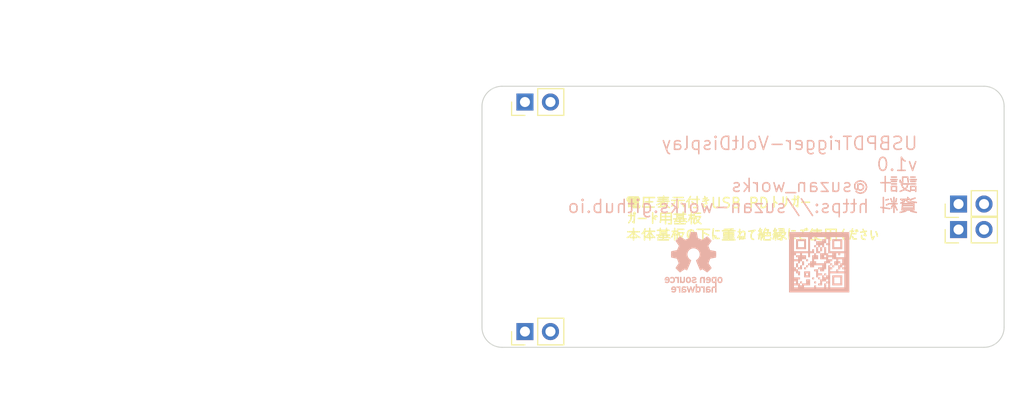
<source format=kicad_pcb>
(kicad_pcb (version 20221018) (generator pcbnew)
  (layers (0 "F.Cu" signal) (31 "B.Cu" signal) (34 "B.Paste" user) (35 "F.Paste" user) (36 "B.SilkS" user "B.Silkscreen") (37 "F.SilkS" user "F.Silkscreen") (38 "B.Mask" user) (39 "F.Mask" user) (44 "Edge.Cuts" user))
  (net 0 "")
  (net 1 "GND")
  (net 2 "Net-(J3-Pin_1)")
  (footprint "Connector_PinHeader_2.54mm:PinHeader_1x02_P2.54mm_Vertical" (layer "F.Cu") (at 152.28 88.57 90)
    (fp_text reference "J6" hide)
    (fp_text value "Conn_01x02")
    (pad "1" thru_hole rect locked (at 0 0 90) (size 1.7 1.7) (drill 1) (layers "*.Cu" "*.Mask"))
    (pad "2" thru_hole oval locked (at 0 2.54 90) (size 1.7 1.7) (drill 1) (layers "*.Cu" "*.Mask"))
  )
  (footprint "Connector_PinHeader_2.54mm:PinHeader_1x02_P2.54mm_Vertical" (layer "F.Cu") (at 195.46 98.73 90)
    (fp_text reference "J3" hide)
    (fp_text value "Conn_01x02")
    (pad "1" thru_hole rect locked (at 0 0 90) (size 1.7 1.7) (drill 1) (layers "*.Cu" "*.Mask") (net 2 "Net-(J3-Pin_1)"))
    (pad "2" thru_hole oval locked (at 0 2.54 90) (size 1.7 1.7) (drill 1) (layers "*.Cu" "*.Mask") (net 2 "Net-(J3-Pin_1)"))
  )
  (footprint "Connector_PinHeader_2.54mm:PinHeader_1x02_P2.54mm_Vertical" (layer "F.Cu") (at 152.28 111.43 90)
    (fp_text reference "J7" hide)
    (fp_text value "Conn_01x02")
    (pad "1" thru_hole rect locked (at 0 0 90) (size 1.7 1.7) (drill 1) (layers "*.Cu" "*.Mask"))
    (pad "2" thru_hole oval locked (at 0 2.54 90) (size 1.7 1.7) (drill 1) (layers "*.Cu" "*.Mask"))
  )
  (footprint "Connector_PinHeader_2.54mm:PinHeader_1x02_P2.54mm_Vertical" (layer "F.Cu") (at 195.46 101.27 90)
    (fp_text reference "J4" hide)
    (fp_text value "Conn_01x02")
    (pad "1" thru_hole rect locked (at 0 0 90) (size 1.7 1.7) (drill 1) (layers "*.Cu" "*.Mask") (net 1 "GND"))
    (pad "2" thru_hole oval locked (at 0 2.54 90) (size 1.7 1.7) (drill 1) (layers "*.Cu" "*.Mask") (net 1 "GND"))
  )
  (footprint "0_My_Library:url-qrcode-2" (layer "B.Cu") (at 181.58 104.53 180)
    (fp_text reference "G***" hide)
    (fp_text value "LOGO" hide)
  )
  (footprint "Symbol:OSHW-Logo_5.7x6mm_SilkScreen" (layer "B.Cu") (at 169.08 104.53 180)
    (fp_text reference "REF**" hide)
    (fp_text value "OSHW-Logo_5.7x6mm_SilkScreen" hide)
  )
  (gr_arc (start 148 89) (mid 148.585786 87.585786) (end 150 87) (stroke (width 0.1)) (layer "Edge.Cuts"))
  (gr_line (start 200 111) (end 200 89) (stroke (width 0.1)) (layer "Edge.Cuts"))
  (gr_line (start 198 87) (end 150 87) (stroke (width 0.1)) (layer "Edge.Cuts"))
  (gr_arc (start 200 111) (mid 199.414214 112.414214) (end 198 113) (stroke (width 0.1)) (layer "Edge.Cuts"))
  (gr_arc (start 198 87) (mid 199.414214 87.585786) (end 200 89) (stroke (width 0.1)) (layer "Edge.Cuts"))
  (gr_line (start 150 113) (end 198 113) (stroke (width 0.1)) (layer "Edge.Cuts"))
  (gr_arc (start 150 113) (mid 148.585786 112.414214) (end 148 111) (stroke (width 0.1)) (layer "Edge.Cuts"))
  (gr_line (start 148 89) (end 148 111) (stroke (width 0.1)) (layer "Edge.Cuts"))
  (gr_text "USBPDTrigger-VoltDisplay\nv1.0\n設計 @suzan_works\n資料 https://suzan-works.github.io" (at 191.48 99.73) (layer "B.SilkS") (effects (font (size 1.3 1.3)) (justify left bottom mirror)))
  (gr_text "電圧表示付きUSB PDトリガー\nガード用基板\n本体基板の下に重ねて絶縁にご使用ください" (at 162.28 102.43) (layer "F.SilkS") (effects (font (size 1 1)) (justify left bottom)))
)
</source>
